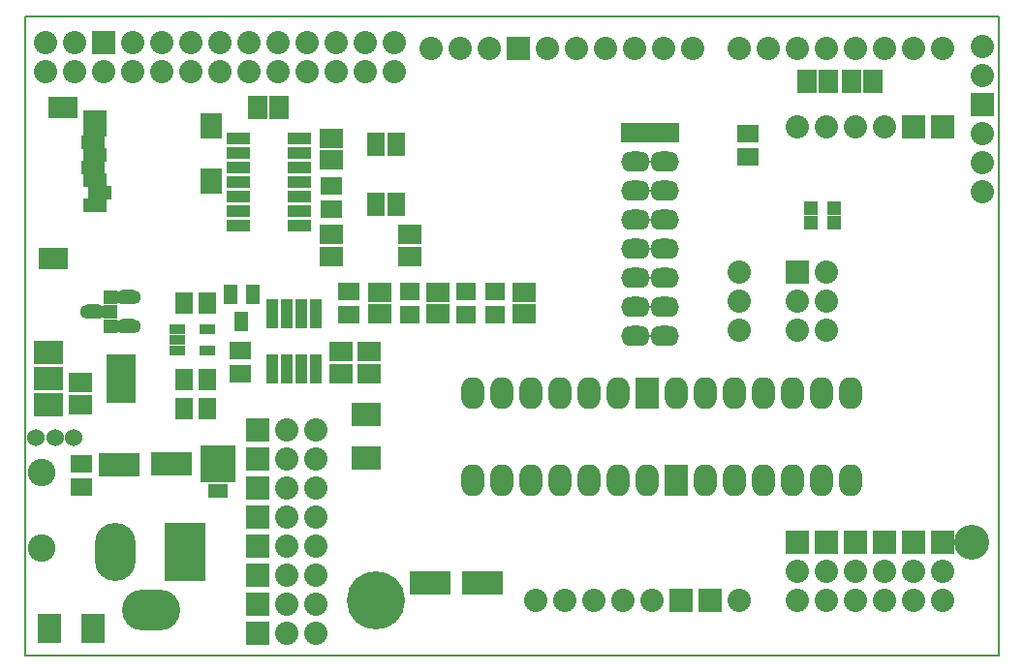
<source format=gts>
G04 #@! TF.FileFunction,Soldermask,Top*
%FSLAX46Y46*%
G04 Gerber Fmt 4.6, Leading zero omitted, Abs format (unit mm)*
G04 Created by KiCad (PCBNEW (after 2015-may-25 BZR unknown)-product) date 31/07/2015 1:29:45 PM*
%MOMM*%
G01*
G04 APERTURE LIST*
%ADD10C,0.150000*%
%ADD11C,0.127000*%
%ADD12R,2.006600X1.308100*%
%ADD13R,2.506980X1.928000*%
%ADD14R,2.506980X1.958340*%
%ADD15R,1.908000X2.308000*%
%ADD16R,2.032000X2.032000*%
%ADD17C,2.032000*%
%ADD18R,1.930400X1.574800*%
%ADD19R,1.778000X1.524000*%
%ADD20R,2.057400X1.008380*%
%ADD21R,1.508760X2.009140*%
%ADD22R,1.574800X1.930400*%
%ADD23R,1.808480X2.006600*%
%ADD24R,2.006600X1.808480*%
%ADD25C,1.524000*%
%ADD26R,1.371600X0.853440*%
%ADD27R,2.540000X4.318000*%
%ADD28R,2.540000X2.032000*%
%ADD29R,1.308100X1.706880*%
%ADD30R,1.117600X2.540000*%
%ADD31R,3.556000X2.133600*%
%ADD32R,2.540000X1.778000*%
%ADD33O,2.540000X1.778000*%
%ADD34C,2.413000*%
%ADD35R,1.270000X1.270000*%
%ADD36R,2.032000X2.540000*%
%ADD37R,3.048000X3.175000*%
%ADD38R,1.778000X1.270000*%
%ADD39O,3.556000X5.080000*%
%ADD40R,3.556000X5.080000*%
%ADD41O,5.080000X3.556000*%
%ADD42O,2.286000X1.270000*%
%ADD43C,5.080000*%
%ADD44C,3.048000*%
%ADD45O,2.032000X2.794000*%
%ADD46R,2.032000X2.794000*%
G04 APERTURE END LIST*
D10*
D11*
X110490000Y-81280000D02*
X110490000Y-25400000D01*
X25400000Y-25400000D02*
X110490000Y-25400000D01*
X110490000Y-81280000D02*
X25400000Y-81280000D01*
X25400000Y-81280000D02*
X25400000Y-25400000D01*
D12*
X31496000Y-41907460D03*
X31896000Y-40808000D03*
X31496000Y-39707820D03*
X31296000Y-38608000D03*
X31496000Y-37508180D03*
X31296000Y-36408000D03*
X31496000Y-35308540D03*
X31496000Y-34208720D03*
D13*
X28746000Y-33418000D03*
D14*
X27896000Y-46568000D03*
D15*
X41696000Y-39818000D03*
X41696000Y-35018000D03*
D16*
X45720000Y-79375000D03*
X45720000Y-76835000D03*
X45720000Y-74295000D03*
X45720000Y-71755000D03*
X45720000Y-69215000D03*
X45720000Y-66675000D03*
X45720000Y-64135000D03*
X45720000Y-61595000D03*
D17*
X48260000Y-79375000D03*
X48260000Y-76835000D03*
X48260000Y-74295000D03*
X48260000Y-71755000D03*
X48260000Y-69215000D03*
X48260000Y-66675000D03*
X48260000Y-64135000D03*
X48260000Y-61595000D03*
D18*
X30289500Y-66611500D03*
X30289500Y-64579500D03*
X44196000Y-54673500D03*
X44196000Y-56705500D03*
D19*
X58991500Y-49466500D03*
X58991500Y-51498500D03*
X66484500Y-51498500D03*
X66484500Y-49466500D03*
X63944500Y-51498500D03*
X63944500Y-49466500D03*
D18*
X52197000Y-42291000D03*
X52197000Y-40259000D03*
D20*
X44005500Y-36131500D03*
X44005500Y-37401500D03*
X44005500Y-38671500D03*
X44005500Y-39941500D03*
X44005500Y-41211500D03*
X44005500Y-42481500D03*
X44005500Y-43751500D03*
X49339500Y-43751500D03*
X49339500Y-42481500D03*
X49339500Y-41211500D03*
X49339500Y-39941500D03*
X49339500Y-38671500D03*
X49339500Y-37401500D03*
X49339500Y-36131500D03*
D21*
X56070500Y-36639500D03*
X56070500Y-41846500D03*
X57848500Y-41846500D03*
X57848500Y-36639500D03*
D18*
X88582500Y-35687000D03*
X88582500Y-37719000D03*
D22*
X39306500Y-59753500D03*
X41338500Y-59753500D03*
X41338500Y-50482500D03*
X39306500Y-50482500D03*
X39306500Y-57213500D03*
X41338500Y-57213500D03*
D23*
X47625000Y-33401000D03*
X45720000Y-33401000D03*
D24*
X52197000Y-37973000D03*
X52197000Y-36068000D03*
X52197000Y-46418500D03*
X52197000Y-44513500D03*
X58991500Y-46418500D03*
X58991500Y-44513500D03*
X61468000Y-49530000D03*
X61468000Y-51435000D03*
X69024500Y-49530000D03*
X69024500Y-51435000D03*
D25*
X29654500Y-62230000D03*
X28003500Y-62230000D03*
X26352500Y-62230000D03*
D24*
X53022500Y-54737000D03*
X53022500Y-56642000D03*
X55499000Y-56642000D03*
X55499000Y-54737000D03*
X56388000Y-49530000D03*
X56388000Y-51435000D03*
D26*
X38671500Y-52768500D03*
X38671500Y-54673500D03*
X38671500Y-53721000D03*
X41338500Y-54673500D03*
X41338500Y-52768500D03*
D27*
X33782000Y-57086500D03*
D28*
X27432000Y-57086500D03*
X27432000Y-59372500D03*
X27432000Y-54800500D03*
D29*
X45275500Y-49720500D03*
X44323000Y-52133500D03*
X43370500Y-49720500D03*
D30*
X46990000Y-51435000D03*
X46990000Y-56261000D03*
X48260000Y-51435000D03*
X49530000Y-51435000D03*
X50800000Y-51435000D03*
X48260000Y-56261000D03*
X49530000Y-56261000D03*
X50800000Y-56261000D03*
D18*
X53721000Y-49466500D03*
X53721000Y-51498500D03*
D31*
X60769500Y-74993500D03*
X65341500Y-74930000D03*
X38163500Y-64579500D03*
X33591500Y-64643000D03*
D17*
X50800000Y-79375000D03*
X50800000Y-76835000D03*
X50800000Y-74295000D03*
X50800000Y-71755000D03*
X50800000Y-69215000D03*
X50800000Y-66675000D03*
X50800000Y-64135000D03*
X50800000Y-61595000D03*
X109093000Y-28067000D03*
X109093000Y-30607000D03*
D16*
X109093000Y-33147000D03*
D17*
X109093000Y-35687000D03*
X109093000Y-38227000D03*
X109093000Y-40767000D03*
D32*
X78740000Y-35560000D03*
D33*
X78740000Y-38100000D03*
X78740000Y-40640000D03*
X78740000Y-43180000D03*
X78740000Y-45720000D03*
X78740000Y-48260000D03*
X78740000Y-50800000D03*
X78740000Y-53340000D03*
D32*
X81280000Y-35560000D03*
D33*
X81280000Y-38100000D03*
X81280000Y-40640000D03*
X81280000Y-43180000D03*
X81280000Y-45720000D03*
X81280000Y-48260000D03*
X81280000Y-50800000D03*
X81280000Y-53340000D03*
D34*
X26860500Y-71882000D03*
X26860500Y-65278000D03*
D17*
X95440500Y-52832000D03*
X92900500Y-52832000D03*
X95440500Y-50292000D03*
X92900500Y-50292000D03*
X95440500Y-47752000D03*
D16*
X92900500Y-47752000D03*
D35*
X96075500Y-43434000D03*
X96075500Y-42227500D03*
X94043500Y-43434000D03*
X94043500Y-42227500D03*
D36*
X31305500Y-78930500D03*
X27495500Y-78930500D03*
D28*
X55181500Y-60261500D03*
X55181500Y-64071500D03*
D37*
X42291000Y-64579500D03*
D38*
X42291000Y-66929000D03*
D39*
X33274000Y-72263000D03*
D40*
X39370000Y-72263000D03*
D41*
X36449000Y-77343000D03*
D17*
X27178000Y-30226000D03*
X27178000Y-27686000D03*
X29718000Y-30226000D03*
X29718000Y-27686000D03*
X32258000Y-30226000D03*
D16*
X32258000Y-27686000D03*
D17*
X34798000Y-30226000D03*
X34798000Y-27686000D03*
X37338000Y-30226000D03*
X37338000Y-27686000D03*
X39878000Y-30226000D03*
X39878000Y-27686000D03*
X42418000Y-30226000D03*
X42418000Y-27686000D03*
X44958000Y-30226000D03*
X44958000Y-27686000D03*
X47498000Y-30226000D03*
X47498000Y-27686000D03*
X50038000Y-30226000D03*
X50038000Y-27686000D03*
X52578000Y-30226000D03*
X52578000Y-27686000D03*
X55118000Y-30226000D03*
X55118000Y-27686000D03*
X57658000Y-30226000D03*
X57658000Y-27686000D03*
X87820500Y-47752000D03*
X87820500Y-50292000D03*
X87820500Y-52832000D03*
X105600500Y-73977500D03*
X103060500Y-73977500D03*
X100520500Y-73977500D03*
X97980500Y-73977500D03*
X95440500Y-73977500D03*
X92900500Y-73977500D03*
D16*
X105600500Y-71437500D03*
X103060500Y-71437500D03*
X100520500Y-71437500D03*
X97980500Y-71437500D03*
X95440500Y-71437500D03*
X92900500Y-71437500D03*
D42*
X34417000Y-49974500D03*
X34417000Y-52514500D03*
X31369000Y-51244500D03*
D35*
X32893000Y-52514500D03*
X32893000Y-51244500D03*
X32893000Y-49974500D03*
D24*
X30226000Y-59372500D03*
X30226000Y-57467500D03*
D16*
X105600500Y-35052000D03*
X103060500Y-35052000D03*
D17*
X100520500Y-35052000D03*
X97980500Y-35052000D03*
X95440500Y-35052000D03*
X92900500Y-35052000D03*
X105600500Y-76517500D03*
X103060500Y-76517500D03*
X100520500Y-76517500D03*
X92900500Y-76517500D03*
X95440500Y-76517500D03*
X97980500Y-76517500D03*
X87820500Y-76517500D03*
D16*
X85280500Y-76517500D03*
X82740500Y-76517500D03*
D17*
X77660500Y-76517500D03*
X75120500Y-76517500D03*
X105600500Y-28257500D03*
X103060500Y-28257500D03*
X100520500Y-28257500D03*
X97980500Y-28257500D03*
X95440500Y-28257500D03*
X92900500Y-28257500D03*
X90360500Y-28257500D03*
X87820500Y-28257500D03*
X83756500Y-28257500D03*
X81216500Y-28257500D03*
X78676500Y-28257500D03*
X76136500Y-28257500D03*
X73596500Y-28257500D03*
X71056500Y-28257500D03*
D16*
X68516500Y-28257500D03*
D17*
X65976500Y-28257500D03*
X80200500Y-76517500D03*
D43*
X56070500Y-76517500D03*
D44*
X108140500Y-71437500D03*
D17*
X72580500Y-76517500D03*
X70040500Y-76517500D03*
X63436500Y-28257500D03*
X60896500Y-28257500D03*
D45*
X94996000Y-58356500D03*
X92456000Y-58356500D03*
X89916000Y-58356500D03*
X87376000Y-58356500D03*
X84836000Y-58356500D03*
X82296000Y-58356500D03*
D46*
X79756000Y-58356500D03*
D45*
X77216000Y-58356500D03*
X74676000Y-58356500D03*
X72136000Y-58356500D03*
X69596000Y-58356500D03*
X67056000Y-58356500D03*
X64516000Y-58356500D03*
X97536000Y-58356500D03*
X64516000Y-65976500D03*
X67056000Y-65976500D03*
X69596000Y-65976500D03*
X72136000Y-65976500D03*
X74676000Y-65976500D03*
X77216000Y-65976500D03*
X79756000Y-65976500D03*
D46*
X82296000Y-65976500D03*
D45*
X84836000Y-65976500D03*
X87376000Y-65976500D03*
X89916000Y-65976500D03*
X92456000Y-65976500D03*
X94996000Y-65976500D03*
X97536000Y-65976500D03*
D23*
X93726000Y-31115000D03*
X95631000Y-31115000D03*
X97599500Y-31115000D03*
X99504500Y-31115000D03*
M02*

</source>
